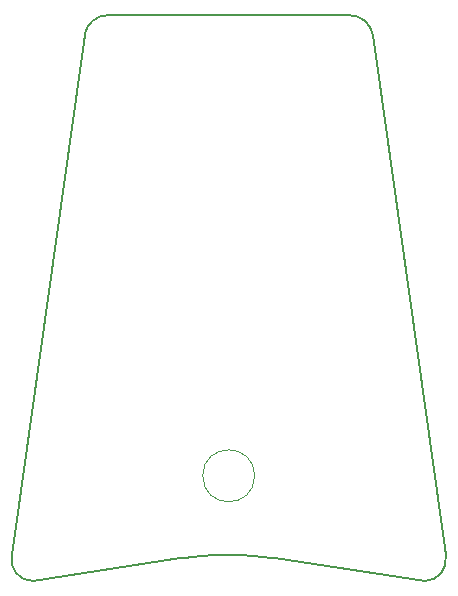
<source format=gbr>
%TF.GenerationSoftware,KiCad,Pcbnew,7.0.7*%
%TF.CreationDate,2024-06-23T03:18:25-04:00*%
%TF.ProjectId,chocV-top,63686f63-562d-4746-9f70-2e6b69636164,rev?*%
%TF.SameCoordinates,Original*%
%TF.FileFunction,Profile,NP*%
%FSLAX46Y46*%
G04 Gerber Fmt 4.6, Leading zero omitted, Abs format (unit mm)*
G04 Created by KiCad (PCBNEW 7.0.7) date 2024-06-23 03:18:25*
%MOMM*%
%LPD*%
G01*
G04 APERTURE LIST*
%TA.AperFunction,Profile*%
%ADD10C,0.050000*%
%TD*%
%TA.AperFunction,Profile*%
%ADD11C,0.150000*%
%TD*%
G04 APERTURE END LIST*
D10*
X112200000Y-88000000D02*
G75*
G03*
X112200000Y-88000000I-2200000J0D01*
G01*
D11*
X113899999Y-95000002D02*
G75*
G03*
X105891515Y-95001361I-4000000J-24999998D01*
G01*
X91634896Y-94747297D02*
G75*
G03*
X93400000Y-96900000I1765105J-352704D01*
G01*
X105900000Y-95000000D02*
X93400000Y-96900000D01*
X126600000Y-96900000D02*
X113899999Y-95000001D01*
X122200000Y-50652704D02*
G75*
G03*
X120230384Y-49000000I-1969609J-347288D01*
G01*
X120230384Y-49000000D02*
X99769616Y-49000000D01*
X122200000Y-50652704D02*
X128365045Y-94746991D01*
X91634894Y-94747297D02*
X97800000Y-50652704D01*
X126600000Y-96899998D02*
G75*
G03*
X128365044Y-94746991I1J1799998D01*
G01*
X99769616Y-49000000D02*
G75*
G03*
X97800000Y-50652704I-7J-1999992D01*
G01*
M02*

</source>
